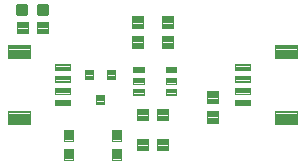
<source format=gtp>
G04 EAGLE Gerber RS-274X export*
G75*
%MOMM*%
%FSLAX34Y34*%
%LPD*%
%INSolderpaste Top*%
%IPPOS*%
%AMOC8*
5,1,8,0,0,1.08239X$1,22.5*%
G01*
%ADD10C,0.096000*%
%ADD11C,0.102000*%
%ADD12C,0.100000*%
%ADD13C,0.100581*%
%ADD14C,0.104000*%
%ADD15C,0.300000*%
%ADD16C,0.099000*%


D10*
X4530Y149480D02*
X4530Y160520D01*
X23570Y160520D01*
X23570Y149480D01*
X4530Y149480D01*
X4530Y150392D02*
X23570Y150392D01*
X23570Y151304D02*
X4530Y151304D01*
X4530Y152216D02*
X23570Y152216D01*
X23570Y153128D02*
X4530Y153128D01*
X4530Y154040D02*
X23570Y154040D01*
X23570Y154952D02*
X4530Y154952D01*
X4530Y155864D02*
X23570Y155864D01*
X23570Y156776D02*
X4530Y156776D01*
X4530Y157688D02*
X23570Y157688D01*
X23570Y158600D02*
X4530Y158600D01*
X4530Y159512D02*
X23570Y159512D01*
X23570Y160424D02*
X4530Y160424D01*
X4530Y104520D02*
X4530Y93480D01*
X4530Y104520D02*
X23570Y104520D01*
X23570Y93480D01*
X4530Y93480D01*
X4530Y94392D02*
X23570Y94392D01*
X23570Y95304D02*
X4530Y95304D01*
X4530Y96216D02*
X23570Y96216D01*
X23570Y97128D02*
X4530Y97128D01*
X4530Y98040D02*
X23570Y98040D01*
X23570Y98952D02*
X4530Y98952D01*
X4530Y99864D02*
X23570Y99864D01*
X23570Y100776D02*
X4530Y100776D01*
X4530Y101688D02*
X23570Y101688D01*
X23570Y102600D02*
X4530Y102600D01*
X4530Y103512D02*
X23570Y103512D01*
X23570Y104424D02*
X4530Y104424D01*
D11*
X44560Y139510D02*
X44560Y144490D01*
X57040Y144490D01*
X57040Y139510D01*
X44560Y139510D01*
X44560Y140479D02*
X57040Y140479D01*
X57040Y141448D02*
X44560Y141448D01*
X44560Y142417D02*
X57040Y142417D01*
X57040Y143386D02*
X44560Y143386D01*
X44560Y144355D02*
X57040Y144355D01*
X44560Y134490D02*
X44560Y129510D01*
X44560Y134490D02*
X57040Y134490D01*
X57040Y129510D01*
X44560Y129510D01*
X44560Y130479D02*
X57040Y130479D01*
X57040Y131448D02*
X44560Y131448D01*
X44560Y132417D02*
X57040Y132417D01*
X57040Y133386D02*
X44560Y133386D01*
X44560Y134355D02*
X57040Y134355D01*
X44560Y124490D02*
X44560Y119510D01*
X44560Y124490D02*
X57040Y124490D01*
X57040Y119510D01*
X44560Y119510D01*
X44560Y120479D02*
X57040Y120479D01*
X57040Y121448D02*
X44560Y121448D01*
X44560Y122417D02*
X57040Y122417D01*
X57040Y123386D02*
X44560Y123386D01*
X44560Y124355D02*
X57040Y124355D01*
X44560Y114490D02*
X44560Y109510D01*
X44560Y114490D02*
X57040Y114490D01*
X57040Y109510D01*
X44560Y109510D01*
X44560Y110479D02*
X57040Y110479D01*
X57040Y111448D02*
X44560Y111448D01*
X44560Y112417D02*
X57040Y112417D01*
X57040Y113386D02*
X44560Y113386D01*
X44560Y114355D02*
X57040Y114355D01*
D10*
X249470Y104520D02*
X249470Y93480D01*
X230430Y93480D01*
X230430Y104520D01*
X249470Y104520D01*
X249470Y94392D02*
X230430Y94392D01*
X230430Y95304D02*
X249470Y95304D01*
X249470Y96216D02*
X230430Y96216D01*
X230430Y97128D02*
X249470Y97128D01*
X249470Y98040D02*
X230430Y98040D01*
X230430Y98952D02*
X249470Y98952D01*
X249470Y99864D02*
X230430Y99864D01*
X230430Y100776D02*
X249470Y100776D01*
X249470Y101688D02*
X230430Y101688D01*
X230430Y102600D02*
X249470Y102600D01*
X249470Y103512D02*
X230430Y103512D01*
X230430Y104424D02*
X249470Y104424D01*
X249470Y149480D02*
X249470Y160520D01*
X249470Y149480D02*
X230430Y149480D01*
X230430Y160520D01*
X249470Y160520D01*
X249470Y150392D02*
X230430Y150392D01*
X230430Y151304D02*
X249470Y151304D01*
X249470Y152216D02*
X230430Y152216D01*
X230430Y153128D02*
X249470Y153128D01*
X249470Y154040D02*
X230430Y154040D01*
X230430Y154952D02*
X249470Y154952D01*
X249470Y155864D02*
X230430Y155864D01*
X230430Y156776D02*
X249470Y156776D01*
X249470Y157688D02*
X230430Y157688D01*
X230430Y158600D02*
X249470Y158600D01*
X249470Y159512D02*
X230430Y159512D01*
X230430Y160424D02*
X249470Y160424D01*
D11*
X209440Y114490D02*
X209440Y109510D01*
X196960Y109510D01*
X196960Y114490D01*
X209440Y114490D01*
X209440Y110479D02*
X196960Y110479D01*
X196960Y111448D02*
X209440Y111448D01*
X209440Y112417D02*
X196960Y112417D01*
X196960Y113386D02*
X209440Y113386D01*
X209440Y114355D02*
X196960Y114355D01*
X209440Y119510D02*
X209440Y124490D01*
X209440Y119510D02*
X196960Y119510D01*
X196960Y124490D01*
X209440Y124490D01*
X209440Y120479D02*
X196960Y120479D01*
X196960Y121448D02*
X209440Y121448D01*
X209440Y122417D02*
X196960Y122417D01*
X196960Y123386D02*
X209440Y123386D01*
X209440Y124355D02*
X196960Y124355D01*
X209440Y129510D02*
X209440Y134490D01*
X209440Y129510D02*
X196960Y129510D01*
X196960Y134490D01*
X209440Y134490D01*
X209440Y130479D02*
X196960Y130479D01*
X196960Y131448D02*
X209440Y131448D01*
X209440Y132417D02*
X196960Y132417D01*
X196960Y133386D02*
X209440Y133386D01*
X209440Y134355D02*
X196960Y134355D01*
X209440Y139510D02*
X209440Y144490D01*
X209440Y139510D02*
X196960Y139510D01*
X196960Y144490D01*
X209440Y144490D01*
X209440Y140479D02*
X196960Y140479D01*
X196960Y141448D02*
X209440Y141448D01*
X209440Y142417D02*
X196960Y142417D01*
X196960Y143386D02*
X209440Y143386D01*
X209440Y144355D02*
X196960Y144355D01*
D12*
X144200Y157950D02*
X144200Y167950D01*
X144200Y157950D02*
X135200Y157950D01*
X135200Y167950D01*
X144200Y167950D01*
X144200Y158900D02*
X135200Y158900D01*
X135200Y159850D02*
X144200Y159850D01*
X144200Y160800D02*
X135200Y160800D01*
X135200Y161750D02*
X144200Y161750D01*
X144200Y162700D02*
X135200Y162700D01*
X135200Y163650D02*
X144200Y163650D01*
X144200Y164600D02*
X135200Y164600D01*
X135200Y165550D02*
X144200Y165550D01*
X144200Y166500D02*
X135200Y166500D01*
X135200Y167450D02*
X144200Y167450D01*
X144200Y174950D02*
X144200Y184950D01*
X144200Y174950D02*
X135200Y174950D01*
X135200Y184950D01*
X144200Y184950D01*
X144200Y175900D02*
X135200Y175900D01*
X135200Y176850D02*
X144200Y176850D01*
X144200Y177800D02*
X135200Y177800D01*
X135200Y178750D02*
X144200Y178750D01*
X144200Y179700D02*
X135200Y179700D01*
X135200Y180650D02*
X144200Y180650D01*
X144200Y181600D02*
X135200Y181600D01*
X135200Y182550D02*
X144200Y182550D01*
X144200Y183500D02*
X135200Y183500D01*
X135200Y184450D02*
X144200Y184450D01*
X182300Y104450D02*
X182300Y94450D01*
X173300Y94450D01*
X173300Y104450D01*
X182300Y104450D01*
X182300Y95400D02*
X173300Y95400D01*
X173300Y96350D02*
X182300Y96350D01*
X182300Y97300D02*
X173300Y97300D01*
X173300Y98250D02*
X182300Y98250D01*
X182300Y99200D02*
X173300Y99200D01*
X173300Y100150D02*
X182300Y100150D01*
X182300Y101100D02*
X173300Y101100D01*
X173300Y102050D02*
X182300Y102050D01*
X182300Y103000D02*
X173300Y103000D01*
X173300Y103950D02*
X182300Y103950D01*
X182300Y111450D02*
X182300Y121450D01*
X182300Y111450D02*
X173300Y111450D01*
X173300Y121450D01*
X182300Y121450D01*
X182300Y112400D02*
X173300Y112400D01*
X173300Y113350D02*
X182300Y113350D01*
X182300Y114300D02*
X173300Y114300D01*
X173300Y115250D02*
X182300Y115250D01*
X182300Y116200D02*
X173300Y116200D01*
X173300Y117150D02*
X182300Y117150D01*
X182300Y118100D02*
X173300Y118100D01*
X173300Y119050D02*
X182300Y119050D01*
X182300Y120000D02*
X173300Y120000D01*
X173300Y120950D02*
X182300Y120950D01*
X118800Y157950D02*
X118800Y167950D01*
X118800Y157950D02*
X109800Y157950D01*
X109800Y167950D01*
X118800Y167950D01*
X118800Y158900D02*
X109800Y158900D01*
X109800Y159850D02*
X118800Y159850D01*
X118800Y160800D02*
X109800Y160800D01*
X109800Y161750D02*
X118800Y161750D01*
X118800Y162700D02*
X109800Y162700D01*
X109800Y163650D02*
X118800Y163650D01*
X118800Y164600D02*
X109800Y164600D01*
X109800Y165550D02*
X118800Y165550D01*
X118800Y166500D02*
X109800Y166500D01*
X109800Y167450D02*
X118800Y167450D01*
X118800Y174950D02*
X118800Y184950D01*
X118800Y174950D02*
X109800Y174950D01*
X109800Y184950D01*
X118800Y184950D01*
X118800Y175900D02*
X109800Y175900D01*
X109800Y176850D02*
X118800Y176850D01*
X118800Y177800D02*
X109800Y177800D01*
X109800Y178750D02*
X118800Y178750D01*
X118800Y179700D02*
X109800Y179700D01*
X109800Y180650D02*
X118800Y180650D01*
X118800Y181600D02*
X109800Y181600D01*
X109800Y182550D02*
X118800Y182550D01*
X118800Y183500D02*
X109800Y183500D01*
X109800Y184450D02*
X118800Y184450D01*
D13*
X119512Y137511D02*
X110740Y137511D01*
X110740Y142093D01*
X119512Y142093D01*
X119512Y137511D01*
X119512Y138467D02*
X110740Y138467D01*
X110740Y139423D02*
X119512Y139423D01*
X119512Y140379D02*
X110740Y140379D01*
X110740Y141335D02*
X119512Y141335D01*
X119512Y128011D02*
X110740Y128011D01*
X110740Y132593D01*
X119512Y132593D01*
X119512Y128011D01*
X119512Y128967D02*
X110740Y128967D01*
X110740Y129923D02*
X119512Y129923D01*
X119512Y130879D02*
X110740Y130879D01*
X110740Y131835D02*
X119512Y131835D01*
X119512Y118511D02*
X110740Y118511D01*
X110740Y123093D01*
X119512Y123093D01*
X119512Y118511D01*
X119512Y119467D02*
X110740Y119467D01*
X110740Y120423D02*
X119512Y120423D01*
X119512Y121379D02*
X110740Y121379D01*
X110740Y122335D02*
X119512Y122335D01*
X138045Y118511D02*
X146817Y118511D01*
X138045Y118511D02*
X138045Y123093D01*
X146817Y123093D01*
X146817Y118511D01*
X146817Y119467D02*
X138045Y119467D01*
X138045Y120423D02*
X146817Y120423D01*
X146817Y121379D02*
X138045Y121379D01*
X138045Y122335D02*
X146817Y122335D01*
X146817Y128011D02*
X138045Y128011D01*
X138045Y132593D01*
X146817Y132593D01*
X146817Y128011D01*
X146817Y128967D02*
X138045Y128967D01*
X138045Y129923D02*
X146817Y129923D01*
X146817Y130879D02*
X138045Y130879D01*
X138045Y131835D02*
X146817Y131835D01*
X146817Y137511D02*
X138045Y137511D01*
X138045Y142093D01*
X146817Y142093D01*
X146817Y137511D01*
X146817Y138467D02*
X138045Y138467D01*
X138045Y139423D02*
X146817Y139423D01*
X146817Y140379D02*
X138045Y140379D01*
X138045Y141335D02*
X146817Y141335D01*
D12*
X140500Y106100D02*
X130500Y106100D01*
X140500Y106100D02*
X140500Y97100D01*
X130500Y97100D01*
X130500Y106100D01*
X130500Y98050D02*
X140500Y98050D01*
X140500Y99000D02*
X130500Y99000D01*
X130500Y99950D02*
X140500Y99950D01*
X140500Y100900D02*
X130500Y100900D01*
X130500Y101850D02*
X140500Y101850D01*
X140500Y102800D02*
X130500Y102800D01*
X130500Y103750D02*
X140500Y103750D01*
X140500Y104700D02*
X130500Y104700D01*
X130500Y105650D02*
X140500Y105650D01*
X123500Y106100D02*
X113500Y106100D01*
X123500Y106100D02*
X123500Y97100D01*
X113500Y97100D01*
X113500Y106100D01*
X113500Y98050D02*
X123500Y98050D01*
X123500Y99000D02*
X113500Y99000D01*
X113500Y99950D02*
X123500Y99950D01*
X123500Y100900D02*
X113500Y100900D01*
X113500Y101850D02*
X123500Y101850D01*
X123500Y102800D02*
X113500Y102800D01*
X113500Y103750D02*
X123500Y103750D01*
X123500Y104700D02*
X113500Y104700D01*
X113500Y105650D02*
X123500Y105650D01*
D14*
X95530Y139710D02*
X88570Y139710D01*
X95530Y139710D02*
X95530Y131750D01*
X88570Y131750D01*
X88570Y139710D01*
X88570Y132738D02*
X95530Y132738D01*
X95530Y133726D02*
X88570Y133726D01*
X88570Y134714D02*
X95530Y134714D01*
X95530Y135702D02*
X88570Y135702D01*
X88570Y136690D02*
X95530Y136690D01*
X95530Y137678D02*
X88570Y137678D01*
X88570Y138666D02*
X95530Y138666D01*
X95530Y139654D02*
X88570Y139654D01*
X76530Y139710D02*
X69570Y139710D01*
X76530Y139710D02*
X76530Y131750D01*
X69570Y131750D01*
X69570Y139710D01*
X69570Y132738D02*
X76530Y132738D01*
X76530Y133726D02*
X69570Y133726D01*
X69570Y134714D02*
X76530Y134714D01*
X76530Y135702D02*
X69570Y135702D01*
X69570Y136690D02*
X76530Y136690D01*
X76530Y137678D02*
X69570Y137678D01*
X69570Y138666D02*
X76530Y138666D01*
X76530Y139654D02*
X69570Y139654D01*
X79070Y118710D02*
X86030Y118710D01*
X86030Y110750D01*
X79070Y110750D01*
X79070Y118710D01*
X79070Y111738D02*
X86030Y111738D01*
X86030Y112726D02*
X79070Y112726D01*
X79070Y113714D02*
X86030Y113714D01*
X86030Y114702D02*
X79070Y114702D01*
X79070Y115690D02*
X86030Y115690D01*
X86030Y116678D02*
X79070Y116678D01*
X79070Y117666D02*
X86030Y117666D01*
X86030Y118654D02*
X79070Y118654D01*
D15*
X20130Y187000D02*
X20130Y194000D01*
X20130Y187000D02*
X13130Y187000D01*
X13130Y194000D01*
X20130Y194000D01*
X20130Y189850D02*
X13130Y189850D01*
X13130Y192700D02*
X20130Y192700D01*
X37670Y194000D02*
X37670Y187000D01*
X30670Y187000D01*
X30670Y194000D01*
X37670Y194000D01*
X37670Y189850D02*
X30670Y189850D01*
X30670Y192700D02*
X37670Y192700D01*
D12*
X21900Y170760D02*
X11900Y170760D01*
X11900Y179760D01*
X21900Y179760D01*
X21900Y170760D01*
X21900Y171710D02*
X11900Y171710D01*
X11900Y172660D02*
X21900Y172660D01*
X21900Y173610D02*
X11900Y173610D01*
X11900Y174560D02*
X21900Y174560D01*
X21900Y175510D02*
X11900Y175510D01*
X11900Y176460D02*
X21900Y176460D01*
X21900Y177410D02*
X11900Y177410D01*
X11900Y178360D02*
X21900Y178360D01*
X21900Y179310D02*
X11900Y179310D01*
X28900Y170760D02*
X38900Y170760D01*
X28900Y170760D02*
X28900Y179760D01*
X38900Y179760D01*
X38900Y170760D01*
X38900Y171710D02*
X28900Y171710D01*
X28900Y172660D02*
X38900Y172660D01*
X38900Y173610D02*
X28900Y173610D01*
X28900Y174560D02*
X38900Y174560D01*
X38900Y175510D02*
X28900Y175510D01*
X28900Y176460D02*
X38900Y176460D01*
X38900Y177410D02*
X28900Y177410D01*
X28900Y178360D02*
X38900Y178360D01*
X38900Y179310D02*
X28900Y179310D01*
X113500Y71700D02*
X123500Y71700D01*
X113500Y71700D02*
X113500Y80700D01*
X123500Y80700D01*
X123500Y71700D01*
X123500Y72650D02*
X113500Y72650D01*
X113500Y73600D02*
X123500Y73600D01*
X123500Y74550D02*
X113500Y74550D01*
X113500Y75500D02*
X123500Y75500D01*
X123500Y76450D02*
X113500Y76450D01*
X113500Y77400D02*
X123500Y77400D01*
X123500Y78350D02*
X113500Y78350D01*
X113500Y79300D02*
X123500Y79300D01*
X123500Y80250D02*
X113500Y80250D01*
X130500Y71700D02*
X140500Y71700D01*
X130500Y71700D02*
X130500Y80700D01*
X140500Y80700D01*
X140500Y71700D01*
X140500Y72650D02*
X130500Y72650D01*
X130500Y73600D02*
X140500Y73600D01*
X140500Y74550D02*
X130500Y74550D01*
X130500Y75500D02*
X140500Y75500D01*
X140500Y76450D02*
X130500Y76450D01*
X130500Y77400D02*
X140500Y77400D01*
X140500Y78350D02*
X130500Y78350D01*
X130500Y79300D02*
X140500Y79300D01*
X140500Y80250D02*
X130500Y80250D01*
D16*
X100705Y79695D02*
X92695Y79695D01*
X92695Y88705D01*
X100705Y88705D01*
X100705Y79695D01*
X100705Y80635D02*
X92695Y80635D01*
X92695Y81575D02*
X100705Y81575D01*
X100705Y82515D02*
X92695Y82515D01*
X92695Y83455D02*
X100705Y83455D01*
X100705Y84395D02*
X92695Y84395D01*
X92695Y85335D02*
X100705Y85335D01*
X100705Y86275D02*
X92695Y86275D01*
X92695Y87215D02*
X100705Y87215D01*
X100705Y88155D02*
X92695Y88155D01*
X92695Y63695D02*
X100705Y63695D01*
X92695Y63695D02*
X92695Y72705D01*
X100705Y72705D01*
X100705Y63695D01*
X100705Y64635D02*
X92695Y64635D01*
X92695Y65575D02*
X100705Y65575D01*
X100705Y66515D02*
X92695Y66515D01*
X92695Y67455D02*
X100705Y67455D01*
X100705Y68395D02*
X92695Y68395D01*
X92695Y69335D02*
X100705Y69335D01*
X100705Y70275D02*
X92695Y70275D01*
X92695Y71215D02*
X100705Y71215D01*
X100705Y72155D02*
X92695Y72155D01*
X59705Y63695D02*
X51695Y63695D01*
X51695Y72705D01*
X59705Y72705D01*
X59705Y63695D01*
X59705Y64635D02*
X51695Y64635D01*
X51695Y65575D02*
X59705Y65575D01*
X59705Y66515D02*
X51695Y66515D01*
X51695Y67455D02*
X59705Y67455D01*
X59705Y68395D02*
X51695Y68395D01*
X51695Y69335D02*
X59705Y69335D01*
X59705Y70275D02*
X51695Y70275D01*
X51695Y71215D02*
X59705Y71215D01*
X59705Y72155D02*
X51695Y72155D01*
X51695Y79695D02*
X59705Y79695D01*
X51695Y79695D02*
X51695Y88705D01*
X59705Y88705D01*
X59705Y79695D01*
X59705Y80635D02*
X51695Y80635D01*
X51695Y81575D02*
X59705Y81575D01*
X59705Y82515D02*
X51695Y82515D01*
X51695Y83455D02*
X59705Y83455D01*
X59705Y84395D02*
X51695Y84395D01*
X51695Y85335D02*
X59705Y85335D01*
X59705Y86275D02*
X51695Y86275D01*
X51695Y87215D02*
X59705Y87215D01*
X59705Y88155D02*
X51695Y88155D01*
M02*

</source>
